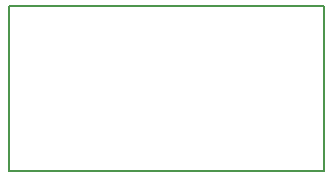
<source format=gbr>
G04 PROTEUS GERBER X2 FILE*
%TF.GenerationSoftware,Labcenter,Proteus,8.7-SP3-Build25561*%
%TF.CreationDate,2018-10-24T14:18:50+00:00*%
%TF.FileFunction,NonPlated,1,0,NPTH*%
%TF.FilePolarity,Positive*%
%TF.Part,Single*%
%TF.SameCoordinates,{df6e09e0-91d3-470b-b8e6-2d5583446854}*%
%FSLAX45Y45*%
%MOMM*%
G01*
%TA.AperFunction,Profile*%
%ADD70C,0.203200*%
%TD.AperFunction*%
D70*
X+0Y-1397000D02*
X+2667000Y-1397000D01*
X+2667000Y+0D01*
X+0Y+0D01*
X+0Y-1397000D01*
M02*

</source>
